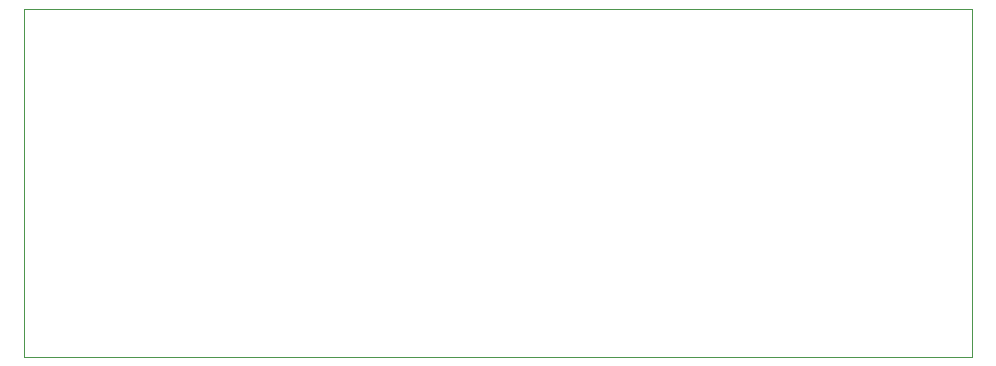
<source format=gbr>
%TF.GenerationSoftware,KiCad,Pcbnew,5.1.9*%
%TF.CreationDate,2021-03-09T01:50:32+01:00*%
%TF.ProjectId,nixie_power,6e697869-655f-4706-9f77-65722e6b6963,rev?*%
%TF.SameCoordinates,Original*%
%TF.FileFunction,Profile,NP*%
%FSLAX46Y46*%
G04 Gerber Fmt 4.6, Leading zero omitted, Abs format (unit mm)*
G04 Created by KiCad (PCBNEW 5.1.9) date 2021-03-09 01:50:32*
%MOMM*%
%LPD*%
G01*
G04 APERTURE LIST*
%TA.AperFunction,Profile*%
%ADD10C,0.050000*%
%TD*%
G04 APERTURE END LIST*
D10*
X93000000Y-75184000D02*
X92456000Y-75184000D01*
X92456000Y-104648000D02*
X92456000Y-75184000D01*
X172720000Y-104648000D02*
X92456000Y-104648000D01*
X172720000Y-75184000D02*
X172720000Y-104648000D01*
X93000000Y-75184000D02*
X172720000Y-75184000D01*
M02*

</source>
